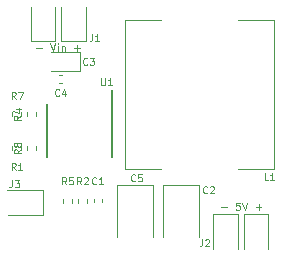
<source format=gbr>
%TF.GenerationSoftware,KiCad,Pcbnew,(5.1.7)-1*%
%TF.CreationDate,2020-12-08T16:49:31+09:00*%
%TF.ProjectId,FlightComputer-Booster,466c6967-6874-4436-9f6d-70757465722d,rev?*%
%TF.SameCoordinates,Original*%
%TF.FileFunction,Legend,Top*%
%TF.FilePolarity,Positive*%
%FSLAX46Y46*%
G04 Gerber Fmt 4.6, Leading zero omitted, Abs format (unit mm)*
G04 Created by KiCad (PCBNEW (5.1.7)-1) date 2020-12-08 16:49:31*
%MOMM*%
%LPD*%
G01*
G04 APERTURE LIST*
%ADD10C,0.040000*%
%ADD11C,0.120000*%
%ADD12C,0.150000*%
G04 APERTURE END LIST*
D10*
X-16206666Y7954285D02*
X-15719047Y7954285D01*
X-14621904Y8350476D02*
X-14926666Y8350476D01*
X-14957142Y8045714D01*
X-14926666Y8076190D01*
X-14865714Y8106666D01*
X-14713333Y8106666D01*
X-14652380Y8076190D01*
X-14621904Y8045714D01*
X-14591428Y7984761D01*
X-14591428Y7832380D01*
X-14621904Y7771428D01*
X-14652380Y7740952D01*
X-14713333Y7710476D01*
X-14865714Y7710476D01*
X-14926666Y7740952D01*
X-14957142Y7771428D01*
X-14408571Y8350476D02*
X-14195238Y7710476D01*
X-13981904Y8350476D01*
X-13280952Y7954285D02*
X-12793333Y7954285D01*
X-13037142Y7710476D02*
X-13037142Y8198095D01*
X-31843809Y21454285D02*
X-31356190Y21454285D01*
X-30655238Y21850476D02*
X-30441904Y21210476D01*
X-30228571Y21850476D01*
X-30015238Y21210476D02*
X-30015238Y21637142D01*
X-30015238Y21850476D02*
X-30045714Y21820000D01*
X-30015238Y21789523D01*
X-29984761Y21820000D01*
X-30015238Y21850476D01*
X-30015238Y21789523D01*
X-29710476Y21637142D02*
X-29710476Y21210476D01*
X-29710476Y21576190D02*
X-29680000Y21606666D01*
X-29619047Y21637142D01*
X-29527619Y21637142D01*
X-29466666Y21606666D01*
X-29436190Y21545714D01*
X-29436190Y21210476D01*
X-28643809Y21454285D02*
X-28156190Y21454285D01*
X-28400000Y21210476D02*
X-28400000Y21698095D01*
D11*
%TO.C,J3*%
X-34296000Y9382000D02*
X-31266000Y9382000D01*
X-34266000Y7282000D02*
X-31266000Y7282000D01*
X-31266000Y9382000D02*
X-31266000Y7282000D01*
%TO.C,J1*%
X-30225000Y24900000D02*
X-30225000Y22000000D01*
X-30225000Y22000000D02*
X-32325000Y22000000D01*
X-32325000Y24900000D02*
X-32325000Y22000000D01*
X-27625000Y24900000D02*
X-27625000Y22000000D01*
X-27625000Y22000000D02*
X-29725000Y22000000D01*
X-29725000Y24900000D02*
X-29725000Y22000000D01*
%TO.C,J2*%
X-12200000Y7400000D02*
X-12200000Y4400000D01*
X-14300000Y7400000D02*
X-12200000Y7400000D01*
X-14800000Y7400000D02*
X-14800000Y4400000D01*
X-14800000Y7400000D02*
X-16900000Y7400000D01*
X-16900000Y7400000D02*
X-16900000Y4400000D01*
X-14300000Y4400000D02*
X-14300000Y7400000D01*
D12*
%TO.C,U1*%
X-25435000Y17853000D02*
X-25435000Y12228000D01*
X-30985000Y16728000D02*
X-30985000Y12228000D01*
D11*
%TO.C,L1*%
X-11734000Y11226000D02*
X-14734000Y11226000D01*
X-11734000Y23826000D02*
X-11734000Y11226000D01*
X-14734000Y23826000D02*
X-11734000Y23826000D01*
X-24334000Y23826000D02*
X-21334000Y23826000D01*
X-24334000Y11226000D02*
X-24334000Y23826000D01*
X-21334000Y11226000D02*
X-24334000Y11226000D01*
%TO.C,C5*%
X-24980000Y9805000D02*
X-24980000Y5420000D01*
X-21960000Y9805000D02*
X-24980000Y9805000D01*
X-21960000Y5420000D02*
X-21960000Y9805000D01*
%TO.C,R8*%
X-31870000Y12782379D02*
X-31870000Y13117621D01*
X-32630000Y12782379D02*
X-32630000Y13117621D01*
%TO.C,R7*%
X-33148000Y15650379D02*
X-33148000Y15985621D01*
X-33908000Y15650379D02*
X-33908000Y15985621D01*
%TO.C,R5*%
X-29590000Y8637621D02*
X-29590000Y8302379D01*
X-28830000Y8637621D02*
X-28830000Y8302379D01*
%TO.C,R4*%
X-31878000Y15650379D02*
X-31878000Y15985621D01*
X-32638000Y15650379D02*
X-32638000Y15985621D01*
%TO.C,R2*%
X-28320000Y8647621D02*
X-28320000Y8312379D01*
X-27560000Y8647621D02*
X-27560000Y8312379D01*
%TO.C,R1*%
X-33145000Y12782379D02*
X-33145000Y13117621D01*
X-33905000Y12782379D02*
X-33905000Y13117621D01*
%TO.C,C4*%
X-29684165Y19156000D02*
X-29915835Y19156000D01*
X-29684165Y18436000D02*
X-29915835Y18436000D01*
%TO.C,C3*%
X-28115000Y21085000D02*
X-30600000Y21085000D01*
X-28115000Y19515000D02*
X-28115000Y21085000D01*
X-30600000Y19515000D02*
X-28115000Y19515000D01*
%TO.C,C2*%
X-21130000Y9805000D02*
X-21130000Y5420000D01*
X-18110000Y9805000D02*
X-21130000Y9805000D01*
X-18110000Y5420000D02*
X-18110000Y9805000D01*
%TO.C,C1*%
X-26990000Y8645835D02*
X-26990000Y8414165D01*
X-26270000Y8645835D02*
X-26270000Y8414165D01*
%TO.C,J3*%
D10*
X-33900000Y10228571D02*
X-33900000Y9800000D01*
X-33928571Y9714285D01*
X-33985714Y9657142D01*
X-34071428Y9628571D01*
X-34128571Y9628571D01*
X-33671428Y10228571D02*
X-33300000Y10228571D01*
X-33500000Y10000000D01*
X-33414285Y10000000D01*
X-33357142Y9971428D01*
X-33328571Y9942857D01*
X-33300000Y9885714D01*
X-33300000Y9742857D01*
X-33328571Y9685714D01*
X-33357142Y9657142D01*
X-33414285Y9628571D01*
X-33585714Y9628571D01*
X-33642857Y9657142D01*
X-33671428Y9685714D01*
%TO.C,J1*%
X-27100000Y22628571D02*
X-27100000Y22200000D01*
X-27128571Y22114285D01*
X-27185714Y22057142D01*
X-27271428Y22028571D01*
X-27328571Y22028571D01*
X-26500000Y22028571D02*
X-26842857Y22028571D01*
X-26671428Y22028571D02*
X-26671428Y22628571D01*
X-26728571Y22542857D01*
X-26785714Y22485714D01*
X-26842857Y22457142D01*
%TO.C,J2*%
X-17800000Y5228571D02*
X-17800000Y4800000D01*
X-17828571Y4714285D01*
X-17885714Y4657142D01*
X-17971428Y4628571D01*
X-18028571Y4628571D01*
X-17542857Y5171428D02*
X-17514285Y5200000D01*
X-17457142Y5228571D01*
X-17314285Y5228571D01*
X-17257142Y5200000D01*
X-17228571Y5171428D01*
X-17200000Y5114285D01*
X-17200000Y5057142D01*
X-17228571Y4971428D01*
X-17571428Y4628571D01*
X-17200000Y4628571D01*
%TO.C,U1*%
X-26365142Y18870571D02*
X-26365142Y18384857D01*
X-26336571Y18327714D01*
X-26308000Y18299142D01*
X-26250857Y18270571D01*
X-26136571Y18270571D01*
X-26079428Y18299142D01*
X-26050857Y18327714D01*
X-26022285Y18384857D01*
X-26022285Y18870571D01*
X-25422285Y18270571D02*
X-25765142Y18270571D01*
X-25593714Y18270571D02*
X-25593714Y18870571D01*
X-25650857Y18784857D01*
X-25708000Y18727714D01*
X-25765142Y18699142D01*
%TO.C,L1*%
X-12200000Y10228571D02*
X-12485714Y10228571D01*
X-12485714Y10828571D01*
X-11685714Y10228571D02*
X-12028571Y10228571D01*
X-11857142Y10228571D02*
X-11857142Y10828571D01*
X-11914285Y10742857D01*
X-11971428Y10685714D01*
X-12028571Y10657142D01*
%TO.C,C5*%
X-23468000Y10199714D02*
X-23496571Y10171142D01*
X-23582285Y10142571D01*
X-23639428Y10142571D01*
X-23725142Y10171142D01*
X-23782285Y10228285D01*
X-23810857Y10285428D01*
X-23839428Y10399714D01*
X-23839428Y10485428D01*
X-23810857Y10599714D01*
X-23782285Y10656857D01*
X-23725142Y10714000D01*
X-23639428Y10742571D01*
X-23582285Y10742571D01*
X-23496571Y10714000D01*
X-23468000Y10685428D01*
X-22925142Y10742571D02*
X-23210857Y10742571D01*
X-23239428Y10456857D01*
X-23210857Y10485428D01*
X-23153714Y10514000D01*
X-23010857Y10514000D01*
X-22953714Y10485428D01*
X-22925142Y10456857D01*
X-22896571Y10399714D01*
X-22896571Y10256857D01*
X-22925142Y10199714D01*
X-22953714Y10171142D01*
X-23010857Y10142571D01*
X-23153714Y10142571D01*
X-23210857Y10171142D01*
X-23239428Y10199714D01*
%TO.C,R8*%
X-33148571Y12850000D02*
X-33434285Y12650000D01*
X-33148571Y12507142D02*
X-33748571Y12507142D01*
X-33748571Y12735714D01*
X-33720000Y12792857D01*
X-33691428Y12821428D01*
X-33634285Y12850000D01*
X-33548571Y12850000D01*
X-33491428Y12821428D01*
X-33462857Y12792857D01*
X-33434285Y12735714D01*
X-33434285Y12507142D01*
X-33491428Y13192857D02*
X-33520000Y13135714D01*
X-33548571Y13107142D01*
X-33605714Y13078571D01*
X-33634285Y13078571D01*
X-33691428Y13107142D01*
X-33720000Y13135714D01*
X-33748571Y13192857D01*
X-33748571Y13307142D01*
X-33720000Y13364285D01*
X-33691428Y13392857D01*
X-33634285Y13421428D01*
X-33605714Y13421428D01*
X-33548571Y13392857D01*
X-33520000Y13364285D01*
X-33491428Y13307142D01*
X-33491428Y13192857D01*
X-33462857Y13135714D01*
X-33434285Y13107142D01*
X-33377142Y13078571D01*
X-33262857Y13078571D01*
X-33205714Y13107142D01*
X-33177142Y13135714D01*
X-33148571Y13192857D01*
X-33148571Y13307142D01*
X-33177142Y13364285D01*
X-33205714Y13392857D01*
X-33262857Y13421428D01*
X-33377142Y13421428D01*
X-33434285Y13392857D01*
X-33462857Y13364285D01*
X-33491428Y13307142D01*
%TO.C,R7*%
X-33600000Y17103571D02*
X-33800000Y17389285D01*
X-33942857Y17103571D02*
X-33942857Y17703571D01*
X-33714285Y17703571D01*
X-33657142Y17675000D01*
X-33628571Y17646428D01*
X-33600000Y17589285D01*
X-33600000Y17503571D01*
X-33628571Y17446428D01*
X-33657142Y17417857D01*
X-33714285Y17389285D01*
X-33942857Y17389285D01*
X-33399999Y17703571D02*
X-32999999Y17703571D01*
X-33257142Y17103571D01*
%TO.C,R5*%
X-29310000Y9888571D02*
X-29510000Y10174285D01*
X-29652857Y9888571D02*
X-29652857Y10488571D01*
X-29424285Y10488571D01*
X-29367142Y10460000D01*
X-29338571Y10431428D01*
X-29310000Y10374285D01*
X-29310000Y10288571D01*
X-29338571Y10231428D01*
X-29367142Y10202857D01*
X-29424285Y10174285D01*
X-29652857Y10174285D01*
X-28767142Y10488571D02*
X-29052857Y10488571D01*
X-29081428Y10202857D01*
X-29052857Y10231428D01*
X-28995714Y10260000D01*
X-28852857Y10260000D01*
X-28795714Y10231428D01*
X-28767142Y10202857D01*
X-28738571Y10145714D01*
X-28738571Y10002857D01*
X-28767142Y9945714D01*
X-28795714Y9917142D01*
X-28852857Y9888571D01*
X-28995714Y9888571D01*
X-29052857Y9917142D01*
X-29081428Y9945714D01*
%TO.C,R4*%
X-33156571Y15718000D02*
X-33442285Y15518000D01*
X-33156571Y15375142D02*
X-33756571Y15375142D01*
X-33756571Y15603714D01*
X-33728000Y15660857D01*
X-33699428Y15689428D01*
X-33642285Y15718000D01*
X-33556571Y15718000D01*
X-33499428Y15689428D01*
X-33470857Y15660857D01*
X-33442285Y15603714D01*
X-33442285Y15375142D01*
X-33556571Y16232285D02*
X-33156571Y16232285D01*
X-33785142Y16089428D02*
X-33356571Y15946571D01*
X-33356571Y16318000D01*
%TO.C,R2*%
X-28040000Y9888571D02*
X-28240000Y10174285D01*
X-28382857Y9888571D02*
X-28382857Y10488571D01*
X-28154285Y10488571D01*
X-28097142Y10460000D01*
X-28068571Y10431428D01*
X-28040000Y10374285D01*
X-28040000Y10288571D01*
X-28068571Y10231428D01*
X-28097142Y10202857D01*
X-28154285Y10174285D01*
X-28382857Y10174285D01*
X-27811428Y10431428D02*
X-27782857Y10460000D01*
X-27725714Y10488571D01*
X-27582857Y10488571D01*
X-27525714Y10460000D01*
X-27497142Y10431428D01*
X-27468571Y10374285D01*
X-27468571Y10317142D01*
X-27497142Y10231428D01*
X-27840000Y9888571D01*
X-27468571Y9888571D01*
%TO.C,R1*%
X-33600000Y11103571D02*
X-33800000Y11389285D01*
X-33942857Y11103571D02*
X-33942857Y11703571D01*
X-33714285Y11703571D01*
X-33657142Y11675000D01*
X-33628571Y11646428D01*
X-33600000Y11589285D01*
X-33600000Y11503571D01*
X-33628571Y11446428D01*
X-33657142Y11417857D01*
X-33714285Y11389285D01*
X-33942857Y11389285D01*
X-33028571Y11103571D02*
X-33371428Y11103571D01*
X-33199999Y11103571D02*
X-33199999Y11703571D01*
X-33257142Y11617857D01*
X-33314285Y11560714D01*
X-33371428Y11532142D01*
%TO.C,C4*%
X-29900000Y17421714D02*
X-29928571Y17393142D01*
X-30014285Y17364571D01*
X-30071428Y17364571D01*
X-30157142Y17393142D01*
X-30214285Y17450285D01*
X-30242857Y17507428D01*
X-30271428Y17621714D01*
X-30271428Y17707428D01*
X-30242857Y17821714D01*
X-30214285Y17878857D01*
X-30157142Y17936000D01*
X-30071428Y17964571D01*
X-30014285Y17964571D01*
X-29928571Y17936000D01*
X-29900000Y17907428D01*
X-29385714Y17764571D02*
X-29385714Y17364571D01*
X-29528571Y17993142D02*
X-29671428Y17564571D01*
X-29300000Y17564571D01*
%TO.C,C3*%
X-27525000Y20060714D02*
X-27553571Y20032142D01*
X-27639285Y20003571D01*
X-27696428Y20003571D01*
X-27782142Y20032142D01*
X-27839285Y20089285D01*
X-27867857Y20146428D01*
X-27896428Y20260714D01*
X-27896428Y20346428D01*
X-27867857Y20460714D01*
X-27839285Y20517857D01*
X-27782142Y20575000D01*
X-27696428Y20603571D01*
X-27639285Y20603571D01*
X-27553571Y20575000D01*
X-27525000Y20546428D01*
X-27325000Y20603571D02*
X-26953571Y20603571D01*
X-27153571Y20375000D01*
X-27067857Y20375000D01*
X-27010714Y20346428D01*
X-26982142Y20317857D01*
X-26953571Y20260714D01*
X-26953571Y20117857D01*
X-26982142Y20060714D01*
X-27010714Y20032142D01*
X-27067857Y20003571D01*
X-27239285Y20003571D01*
X-27296428Y20032142D01*
X-27325000Y20060714D01*
%TO.C,C2*%
X-17372000Y9183714D02*
X-17400571Y9155142D01*
X-17486285Y9126571D01*
X-17543428Y9126571D01*
X-17629142Y9155142D01*
X-17686285Y9212285D01*
X-17714857Y9269428D01*
X-17743428Y9383714D01*
X-17743428Y9469428D01*
X-17714857Y9583714D01*
X-17686285Y9640857D01*
X-17629142Y9698000D01*
X-17543428Y9726571D01*
X-17486285Y9726571D01*
X-17400571Y9698000D01*
X-17372000Y9669428D01*
X-17143428Y9669428D02*
X-17114857Y9698000D01*
X-17057714Y9726571D01*
X-16914857Y9726571D01*
X-16857714Y9698000D01*
X-16829142Y9669428D01*
X-16800571Y9612285D01*
X-16800571Y9555142D01*
X-16829142Y9469428D01*
X-17172000Y9126571D01*
X-16800571Y9126571D01*
%TO.C,C1*%
X-26770000Y9945714D02*
X-26798571Y9917142D01*
X-26884285Y9888571D01*
X-26941428Y9888571D01*
X-27027142Y9917142D01*
X-27084285Y9974285D01*
X-27112857Y10031428D01*
X-27141428Y10145714D01*
X-27141428Y10231428D01*
X-27112857Y10345714D01*
X-27084285Y10402857D01*
X-27027142Y10460000D01*
X-26941428Y10488571D01*
X-26884285Y10488571D01*
X-26798571Y10460000D01*
X-26770000Y10431428D01*
X-26198571Y9888571D02*
X-26541428Y9888571D01*
X-26370000Y9888571D02*
X-26370000Y10488571D01*
X-26427142Y10402857D01*
X-26484285Y10345714D01*
X-26541428Y10317142D01*
%TD*%
M02*

</source>
